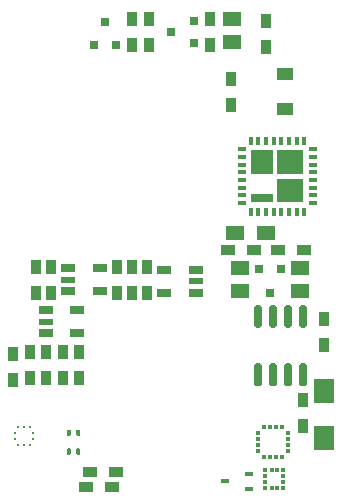
<source format=gbp>
%TF.GenerationSoftware,KiCad,Pcbnew,(5.1.12)-1*%
%TF.CreationDate,2023-02-20T19:38:16+01:00*%
%TF.ProjectId,SolarSensorTagEFM32,536f6c61-7253-4656-9e73-6f7254616745,rev?*%
%TF.SameCoordinates,Original*%
%TF.FileFunction,Paste,Bot*%
%TF.FilePolarity,Positive*%
%FSLAX46Y46*%
G04 Gerber Fmt 4.6, Leading zero omitted, Abs format (unit mm)*
G04 Created by KiCad (PCBNEW (5.1.12)-1) date 2023-02-20 19:38:16*
%MOMM*%
%LPD*%
G01*
G04 APERTURE LIST*
%ADD10C,0.100000*%
%ADD11R,0.700000X0.350000*%
%ADD12R,0.350000X0.700000*%
%ADD13R,1.500000X1.200000*%
%ADD14R,0.900000X1.200000*%
%ADD15R,1.200000X0.800000*%
%ADD16R,1.200000X0.650000*%
%ADD17R,1.200000X0.600000*%
%ADD18R,1.700000X2.000000*%
%ADD19R,0.800000X0.800000*%
%ADD20R,1.200000X0.900000*%
%ADD21R,1.500000X1.300000*%
%ADD22R,0.250000X0.275000*%
%ADD23R,0.275000X0.250000*%
%ADD24R,1.400000X1.000000*%
%ADD25R,0.450000X0.300000*%
%ADD26R,0.300000X0.450000*%
%ADD27R,0.700000X0.450000*%
%ADD28R,0.350000X0.375000*%
%ADD29R,0.375000X0.350000*%
G04 APERTURE END LIST*
D10*
%TO.C,IC6*%
G36*
X6944000Y6309000D02*
G01*
X6944000Y7009000D01*
X8784000Y7009000D01*
X8784000Y6309000D01*
X6944000Y6309000D01*
G37*
G36*
X6944000Y8709000D02*
G01*
X6944000Y10709000D01*
X8764000Y10709000D01*
X8764000Y8709000D01*
X6944000Y8709000D01*
G37*
D11*
X6144000Y10784000D03*
X6144000Y10134000D03*
X6144000Y9484000D03*
X6144000Y8834000D03*
X6144000Y8184000D03*
X6144000Y7534000D03*
X6144000Y6884000D03*
X6144000Y6234000D03*
D12*
X6869000Y5509000D03*
X7519000Y5509000D03*
X8169000Y5509000D03*
X8819000Y5509000D03*
X9469000Y5509000D03*
X10119000Y5509000D03*
X10769000Y5509000D03*
X11419000Y5509000D03*
D11*
X12144000Y6234000D03*
X12144000Y6884000D03*
X12144000Y7534000D03*
X12144000Y8184000D03*
X12144000Y8834000D03*
X12144000Y9484000D03*
X12144000Y10134000D03*
X12144000Y10784000D03*
D12*
X11419000Y11509000D03*
X10769000Y11509000D03*
X10119000Y11509000D03*
X9469000Y11509000D03*
X8819000Y11509000D03*
X8169000Y11509000D03*
X7519000Y11509000D03*
X6869000Y11509000D03*
D10*
G36*
X9144000Y6309000D02*
G01*
X9144000Y8309000D01*
X11344000Y8309000D01*
X11344000Y6309000D01*
X9144000Y6309000D01*
G37*
G36*
X9144000Y8709000D02*
G01*
X9144000Y10709000D01*
X11344000Y10709000D01*
X11344000Y8709000D01*
X9144000Y8709000D01*
G37*
%TD*%
D13*
%TO.C,D6*%
X5334000Y19878000D03*
X5334000Y21778000D03*
%TD*%
D14*
%TO.C,C13*%
X8191500Y21610500D03*
X8191500Y19410500D03*
%TD*%
%TO.C,C12*%
X5207000Y16721000D03*
X5207000Y14521000D03*
%TD*%
%TO.C,IC_S3*%
G36*
G01*
X-8440500Y-15095800D02*
X-8615500Y-15095800D01*
G75*
G02*
X-8703000Y-15008300I0J87500D01*
G01*
X-8703000Y-14633300D01*
G75*
G02*
X-8615500Y-14545800I87500J0D01*
G01*
X-8440500Y-14545800D01*
G75*
G02*
X-8353000Y-14633300I0J-87500D01*
G01*
X-8353000Y-15008300D01*
G75*
G02*
X-8440500Y-15095800I-87500J0D01*
G01*
G37*
G36*
G01*
X-7640500Y-15095800D02*
X-7815500Y-15095800D01*
G75*
G02*
X-7903000Y-15008300I0J87500D01*
G01*
X-7903000Y-14633300D01*
G75*
G02*
X-7815500Y-14545800I87500J0D01*
G01*
X-7640500Y-14545800D01*
G75*
G02*
X-7553000Y-14633300I0J-87500D01*
G01*
X-7553000Y-15008300D01*
G75*
G02*
X-7640500Y-15095800I-87500J0D01*
G01*
G37*
G36*
G01*
X-7815500Y-12945800D02*
X-7640500Y-12945800D01*
G75*
G02*
X-7553000Y-13033300I0J-87500D01*
G01*
X-7553000Y-13408300D01*
G75*
G02*
X-7640500Y-13495800I-87500J0D01*
G01*
X-7815500Y-13495800D01*
G75*
G02*
X-7903000Y-13408300I0J87500D01*
G01*
X-7903000Y-13033300D01*
G75*
G02*
X-7815500Y-12945800I87500J0D01*
G01*
G37*
G36*
G01*
X-8615500Y-12945800D02*
X-8440500Y-12945800D01*
G75*
G02*
X-8353000Y-13033300I0J-87500D01*
G01*
X-8353000Y-13408300D01*
G75*
G02*
X-8440500Y-13495800I-87500J0D01*
G01*
X-8615500Y-13495800D01*
G75*
G02*
X-8703000Y-13408300I0J87500D01*
G01*
X-8703000Y-13033300D01*
G75*
G02*
X-8615500Y-12945800I87500J0D01*
G01*
G37*
%TD*%
D15*
%TO.C,IC4*%
X-5889000Y-1204000D03*
X-5889000Y696000D03*
D16*
X-8589000Y696000D03*
D17*
X-8589000Y-254000D03*
D16*
X-8589000Y-1204000D03*
%TD*%
D18*
%TO.C,C_S61_2*%
X13055600Y-9684000D03*
X13055600Y-13684000D03*
%TD*%
D19*
%TO.C,Q1*%
X117600Y20701000D03*
X2117600Y19751000D03*
X2117600Y21651000D03*
%TD*%
%TO.C,D2*%
X8509000Y-1381000D03*
X9459000Y619000D03*
X7559000Y619000D03*
%TD*%
%TO.C,D3*%
X-5435600Y21574000D03*
X-6385600Y19574000D03*
X-4485600Y19574000D03*
%TD*%
D14*
%TO.C,R14*%
X-1905000Y846000D03*
X-1905000Y-1354000D03*
%TD*%
%TO.C,R5*%
X-7620000Y-6367600D03*
X-7620000Y-8567600D03*
%TD*%
%TO.C,R4*%
X-9017000Y-6367600D03*
X-9017000Y-8567600D03*
%TD*%
%TO.C,R9*%
X-1727200Y19601000D03*
X-1727200Y21801000D03*
%TD*%
%TO.C,R8*%
X3454400Y21801000D03*
X3454400Y19601000D03*
%TD*%
%TO.C,R7*%
X-11303000Y-1354000D03*
X-11303000Y846000D03*
%TD*%
%TO.C,R6*%
X-10033000Y-1354000D03*
X-10033000Y846000D03*
%TD*%
D20*
%TO.C,R12*%
X-4869000Y-17780000D03*
X-7069000Y-17780000D03*
%TD*%
%TO.C,R11*%
X-4488000Y-16510000D03*
X-6688000Y-16510000D03*
%TD*%
D14*
%TO.C,R10*%
X13081000Y-5799000D03*
X13081000Y-3599000D03*
%TD*%
%TO.C,R13*%
X-13208000Y-6570800D03*
X-13208000Y-8770800D03*
%TD*%
%TO.C,C_S8*%
X11303000Y-10457000D03*
X11303000Y-12657000D03*
%TD*%
%TO.C,C11*%
X-3175000Y846000D03*
X-3175000Y-1354000D03*
%TD*%
%TO.C,C10*%
X-4445000Y846000D03*
X-4445000Y-1354000D03*
%TD*%
%TO.C,C2*%
X-11811000Y-6367600D03*
X-11811000Y-8567600D03*
%TD*%
%TO.C,C1*%
X-10414000Y-6367600D03*
X-10414000Y-8567600D03*
%TD*%
D20*
%TO.C,C6*%
X9187000Y2286000D03*
X11387000Y2286000D03*
%TD*%
%TO.C,C5*%
X7132500Y2286000D03*
X4932500Y2286000D03*
%TD*%
D14*
%TO.C,C3*%
X-3149600Y19601000D03*
X-3149600Y21801000D03*
%TD*%
D21*
%TO.C,C7*%
X8208000Y3708400D03*
X5508000Y3708400D03*
%TD*%
D22*
%TO.C,IC_S5*%
X-12319000Y-12700000D03*
X-12819000Y-12700000D03*
D23*
X-13081500Y-13208000D03*
X-13081500Y-13712000D03*
D22*
X-12819000Y-14224000D03*
X-12319000Y-14224000D03*
X-11819000Y-14224500D03*
D23*
X-11556500Y-13712000D03*
D22*
X-11819000Y-12699500D03*
D23*
X-11556500Y-13212000D03*
%TD*%
D15*
%TO.C,IC7*%
X-461000Y543600D03*
X-461000Y-1356400D03*
D16*
X2239000Y-1356400D03*
D17*
X2239000Y-406400D03*
D16*
X2239000Y543600D03*
%TD*%
D15*
%TO.C,IC2*%
X-7794000Y-4760000D03*
X-7794000Y-2860000D03*
D16*
X-10494000Y-2860000D03*
D17*
X-10494000Y-3810000D03*
D16*
X-10494000Y-4760000D03*
%TD*%
D24*
%TO.C,Y1*%
X9753600Y17197200D03*
X9753600Y14197200D03*
%TD*%
D13*
%TO.C,D5*%
X11049000Y696000D03*
X11049000Y-1204000D03*
%TD*%
%TO.C,D1*%
X5969000Y-1204000D03*
X5969000Y696000D03*
%TD*%
D25*
%TO.C,IC_S6*%
X10038000Y-13720000D03*
X10038000Y-14220000D03*
X10038000Y-14720000D03*
X10038000Y-13220000D03*
D26*
X8013000Y-12695000D03*
X9013000Y-12695000D03*
X8513000Y-12695000D03*
X9513000Y-12695000D03*
D25*
X7488000Y-13220000D03*
X7488000Y-13720000D03*
X7488000Y-14220000D03*
X7488000Y-14720000D03*
D26*
X9013000Y-15245000D03*
X8513000Y-15245000D03*
X8013000Y-15245000D03*
X9513000Y-15245000D03*
%TD*%
D27*
%TO.C,D_S78*%
X4715000Y-17322800D03*
X6715000Y-17972800D03*
X6715000Y-16672800D03*
%TD*%
D28*
%TO.C,IC_S7*%
X8640000Y-17907500D03*
X9140000Y-17907500D03*
X9140000Y-16382500D03*
X8640000Y-16382500D03*
D29*
X9652500Y-17895000D03*
X8127500Y-17895000D03*
X9652500Y-16395000D03*
X8127500Y-16395000D03*
X9652500Y-16895000D03*
X9652500Y-17395000D03*
X8127500Y-16895000D03*
X8127500Y-17395000D03*
%TD*%
%TO.C,IC3*%
G36*
G01*
X11453000Y-4342000D02*
X11153000Y-4342000D01*
G75*
G02*
X11003000Y-4192000I0J150000D01*
G01*
X11003000Y-2542000D01*
G75*
G02*
X11153000Y-2392000I150000J0D01*
G01*
X11453000Y-2392000D01*
G75*
G02*
X11603000Y-2542000I0J-150000D01*
G01*
X11603000Y-4192000D01*
G75*
G02*
X11453000Y-4342000I-150000J0D01*
G01*
G37*
G36*
G01*
X10183000Y-4342000D02*
X9883000Y-4342000D01*
G75*
G02*
X9733000Y-4192000I0J150000D01*
G01*
X9733000Y-2542000D01*
G75*
G02*
X9883000Y-2392000I150000J0D01*
G01*
X10183000Y-2392000D01*
G75*
G02*
X10333000Y-2542000I0J-150000D01*
G01*
X10333000Y-4192000D01*
G75*
G02*
X10183000Y-4342000I-150000J0D01*
G01*
G37*
G36*
G01*
X8913000Y-4342000D02*
X8613000Y-4342000D01*
G75*
G02*
X8463000Y-4192000I0J150000D01*
G01*
X8463000Y-2542000D01*
G75*
G02*
X8613000Y-2392000I150000J0D01*
G01*
X8913000Y-2392000D01*
G75*
G02*
X9063000Y-2542000I0J-150000D01*
G01*
X9063000Y-4192000D01*
G75*
G02*
X8913000Y-4342000I-150000J0D01*
G01*
G37*
G36*
G01*
X7643000Y-4342000D02*
X7343000Y-4342000D01*
G75*
G02*
X7193000Y-4192000I0J150000D01*
G01*
X7193000Y-2542000D01*
G75*
G02*
X7343000Y-2392000I150000J0D01*
G01*
X7643000Y-2392000D01*
G75*
G02*
X7793000Y-2542000I0J-150000D01*
G01*
X7793000Y-4192000D01*
G75*
G02*
X7643000Y-4342000I-150000J0D01*
G01*
G37*
G36*
G01*
X7643000Y-9292000D02*
X7343000Y-9292000D01*
G75*
G02*
X7193000Y-9142000I0J150000D01*
G01*
X7193000Y-7492000D01*
G75*
G02*
X7343000Y-7342000I150000J0D01*
G01*
X7643000Y-7342000D01*
G75*
G02*
X7793000Y-7492000I0J-150000D01*
G01*
X7793000Y-9142000D01*
G75*
G02*
X7643000Y-9292000I-150000J0D01*
G01*
G37*
G36*
G01*
X8913000Y-9292000D02*
X8613000Y-9292000D01*
G75*
G02*
X8463000Y-9142000I0J150000D01*
G01*
X8463000Y-7492000D01*
G75*
G02*
X8613000Y-7342000I150000J0D01*
G01*
X8913000Y-7342000D01*
G75*
G02*
X9063000Y-7492000I0J-150000D01*
G01*
X9063000Y-9142000D01*
G75*
G02*
X8913000Y-9292000I-150000J0D01*
G01*
G37*
G36*
G01*
X10183000Y-9292000D02*
X9883000Y-9292000D01*
G75*
G02*
X9733000Y-9142000I0J150000D01*
G01*
X9733000Y-7492000D01*
G75*
G02*
X9883000Y-7342000I150000J0D01*
G01*
X10183000Y-7342000D01*
G75*
G02*
X10333000Y-7492000I0J-150000D01*
G01*
X10333000Y-9142000D01*
G75*
G02*
X10183000Y-9292000I-150000J0D01*
G01*
G37*
G36*
G01*
X11453000Y-9292000D02*
X11153000Y-9292000D01*
G75*
G02*
X11003000Y-9142000I0J150000D01*
G01*
X11003000Y-7492000D01*
G75*
G02*
X11153000Y-7342000I150000J0D01*
G01*
X11453000Y-7342000D01*
G75*
G02*
X11603000Y-7492000I0J-150000D01*
G01*
X11603000Y-9142000D01*
G75*
G02*
X11453000Y-9292000I-150000J0D01*
G01*
G37*
%TD*%
M02*

</source>
